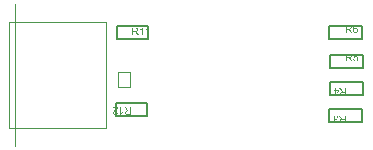
<source format=gbr>
G04*
G04 #@! TF.GenerationSoftware,Altium Limited,Altium Designer,23.1.1 (15)*
G04*
G04 Layer_Color=32896*
%FSLAX25Y25*%
%MOIN*%
G70*
G04*
G04 #@! TF.SameCoordinates,1495F0C7-D67D-4403-963C-54D1E027F531*
G04*
G04*
G04 #@! TF.FilePolarity,Positive*
G04*
G01*
G75*
%ADD14C,0.00787*%
%ADD63C,0.00394*%
G36*
X412000Y315722D02*
X410832D01*
X410802Y315726D01*
X410770D01*
X410693Y315729D01*
X410613Y315740D01*
X410526Y315751D01*
X410446Y315770D01*
X410406Y315780D01*
X410373Y315791D01*
X410369D01*
X410366Y315795D01*
X410344Y315806D01*
X410311Y315821D01*
X410271Y315846D01*
X410227Y315879D01*
X410180Y315922D01*
X410136Y315973D01*
X410093Y316032D01*
Y316035D01*
X410089Y316039D01*
X410074Y316061D01*
X410060Y316097D01*
X410038Y316144D01*
X410020Y316199D01*
X410002Y316265D01*
X409991Y316334D01*
X409987Y316410D01*
Y316414D01*
Y316421D01*
Y316436D01*
X409991Y316454D01*
Y316479D01*
X409994Y316505D01*
X410009Y316567D01*
X410031Y316639D01*
X410060Y316716D01*
X410104Y316792D01*
X410133Y316829D01*
X410162Y316865D01*
X410165Y316869D01*
X410169Y316873D01*
X410180Y316883D01*
X410195Y316894D01*
X410213Y316909D01*
X410235Y316923D01*
X410264Y316942D01*
X410293Y316964D01*
X410329Y316982D01*
X410369Y317000D01*
X410413Y317022D01*
X410460Y317040D01*
X410515Y317055D01*
X410569Y317073D01*
X410631Y317084D01*
X410697Y317094D01*
X410690Y317098D01*
X410675Y317105D01*
X410653Y317120D01*
X410624Y317135D01*
X410559Y317175D01*
X410526Y317200D01*
X410497Y317222D01*
X410489Y317229D01*
X410471Y317247D01*
X410442Y317277D01*
X410406Y317313D01*
X410366Y317364D01*
X410318Y317419D01*
X410271Y317484D01*
X410220Y317557D01*
X409787Y318241D01*
X410202D01*
X410533Y317717D01*
Y317713D01*
X410540Y317706D01*
X410548Y317695D01*
X410559Y317681D01*
X410584Y317640D01*
X410617Y317590D01*
X410657Y317535D01*
X410697Y317477D01*
X410737Y317422D01*
X410773Y317371D01*
X410777Y317368D01*
X410788Y317353D01*
X410806Y317331D01*
X410832Y317306D01*
X410886Y317251D01*
X410915Y317226D01*
X410944Y317204D01*
X410948Y317200D01*
X410955Y317196D01*
X410970Y317189D01*
X410992Y317178D01*
X411014Y317167D01*
X411039Y317156D01*
X411097Y317138D01*
X411101D01*
X411108Y317135D01*
X411123D01*
X411141Y317131D01*
X411166Y317127D01*
X411196D01*
X411236Y317124D01*
X411665D01*
Y318241D01*
X412000D01*
Y315722D01*
D02*
G37*
G36*
X408735Y316272D02*
X408739Y316276D01*
X408757Y316290D01*
X408779Y316312D01*
X408815Y316337D01*
X408855Y316370D01*
X408906Y316407D01*
X408964Y316447D01*
X409030Y316487D01*
X409033D01*
X409037Y316490D01*
X409059Y316505D01*
X409095Y316523D01*
X409139Y316545D01*
X409190Y316570D01*
X409244Y316596D01*
X409299Y316621D01*
X409354Y316643D01*
Y316345D01*
X409350D01*
X409343Y316337D01*
X409328Y316334D01*
X409310Y316323D01*
X409288Y316312D01*
X409263Y316297D01*
X409201Y316261D01*
X409128Y316221D01*
X409055Y316170D01*
X408979Y316112D01*
X408902Y316050D01*
X408899Y316046D01*
X408895Y316043D01*
X408884Y316032D01*
X408870Y316021D01*
X408837Y315984D01*
X408793Y315941D01*
X408749Y315890D01*
X408702Y315831D01*
X408662Y315773D01*
X408626Y315711D01*
X408426D01*
Y318241D01*
X408735D01*
Y316272D01*
D02*
G37*
G36*
X407676Y318237D02*
Y318223D01*
Y318201D01*
X407672Y318172D01*
X407668Y318139D01*
X407661Y318103D01*
X407654Y318066D01*
X407639Y318026D01*
Y318023D01*
X407636Y318019D01*
X407628Y317997D01*
X407614Y317965D01*
X407592Y317921D01*
X407563Y317870D01*
X407526Y317812D01*
X407486Y317753D01*
X407435Y317691D01*
Y317688D01*
X407428Y317684D01*
X407410Y317662D01*
X407377Y317630D01*
X407330Y317582D01*
X407275Y317528D01*
X407206Y317462D01*
X407122Y317389D01*
X407031Y317313D01*
X407028Y317309D01*
X407013Y317298D01*
X406991Y317280D01*
X406966Y317258D01*
X406933Y317229D01*
X406893Y317196D01*
X406853Y317160D01*
X406806Y317120D01*
X406715Y317033D01*
X406624Y316945D01*
X406580Y316902D01*
X406540Y316858D01*
X406504Y316818D01*
X406474Y316778D01*
Y316774D01*
X406467Y316771D01*
X406460Y316760D01*
X406453Y316745D01*
X406427Y316705D01*
X406398Y316658D01*
X406373Y316599D01*
X406347Y316538D01*
X406332Y316468D01*
X406325Y316403D01*
Y316399D01*
Y316396D01*
X406329Y316374D01*
X406332Y316337D01*
X406343Y316297D01*
X406358Y316246D01*
X406384Y316195D01*
X406416Y316144D01*
X406460Y316093D01*
X406467Y316086D01*
X406485Y316072D01*
X406511Y316054D01*
X406551Y316028D01*
X406602Y316006D01*
X406660Y315984D01*
X406729Y315970D01*
X406806Y315966D01*
X406828D01*
X406842Y315970D01*
X406886Y315973D01*
X406937Y315984D01*
X406991Y315999D01*
X407053Y316024D01*
X407112Y316057D01*
X407166Y316101D01*
X407173Y316108D01*
X407188Y316126D01*
X407210Y316155D01*
X407232Y316199D01*
X407257Y316250D01*
X407279Y316316D01*
X407294Y316388D01*
X407301Y316472D01*
X407617Y316439D01*
Y316436D01*
X407614Y316425D01*
Y316407D01*
X407610Y316381D01*
X407603Y316352D01*
X407596Y316319D01*
X407585Y316279D01*
X407574Y316239D01*
X407545Y316152D01*
X407501Y316064D01*
X407476Y316021D01*
X407443Y315977D01*
X407410Y315937D01*
X407374Y315901D01*
X407370Y315897D01*
X407363Y315893D01*
X407352Y315882D01*
X407334Y315872D01*
X407312Y315857D01*
X407286Y315842D01*
X407257Y315824D01*
X407221Y315806D01*
X407181Y315788D01*
X407137Y315770D01*
X407090Y315755D01*
X407039Y315740D01*
X406984Y315729D01*
X406926Y315719D01*
X406864Y315715D01*
X406798Y315711D01*
X406762D01*
X406737Y315715D01*
X406707Y315719D01*
X406671Y315722D01*
X406631Y315729D01*
X406591Y315737D01*
X406496Y315762D01*
X406402Y315799D01*
X406354Y315821D01*
X406307Y315846D01*
X406263Y315879D01*
X406223Y315915D01*
X406220Y315919D01*
X406212Y315922D01*
X406205Y315937D01*
X406191Y315952D01*
X406172Y315970D01*
X406154Y315995D01*
X406136Y316021D01*
X406114Y316054D01*
X406078Y316123D01*
X406041Y316210D01*
X406027Y316254D01*
X406019Y316305D01*
X406012Y316356D01*
X406009Y316410D01*
Y316418D01*
Y316436D01*
X406012Y316465D01*
X406016Y316505D01*
X406023Y316548D01*
X406038Y316599D01*
X406052Y316654D01*
X406074Y316709D01*
X406078Y316716D01*
X406085Y316734D01*
X406100Y316763D01*
X406121Y316803D01*
X406150Y316847D01*
X406187Y316902D01*
X406231Y316956D01*
X406282Y317018D01*
X406289Y317025D01*
X406307Y317047D01*
X406325Y317065D01*
X406343Y317084D01*
X406365Y317105D01*
X406394Y317135D01*
X406424Y317164D01*
X406460Y317196D01*
X406496Y317233D01*
X406540Y317273D01*
X406587Y317313D01*
X406638Y317360D01*
X406697Y317408D01*
X406755Y317459D01*
X406758Y317462D01*
X406766Y317469D01*
X406780Y317480D01*
X406798Y317495D01*
X406820Y317517D01*
X406846Y317539D01*
X406904Y317586D01*
X406966Y317640D01*
X407024Y317695D01*
X407075Y317742D01*
X407097Y317761D01*
X407115Y317779D01*
X407119Y317782D01*
X407130Y317793D01*
X407144Y317808D01*
X407162Y317830D01*
X407181Y317855D01*
X407202Y317881D01*
X407246Y317943D01*
X406005D01*
Y318241D01*
X407676D01*
Y318237D01*
D02*
G37*
G36*
X417883Y342259D02*
X417574D01*
Y344228D01*
X417570Y344225D01*
X417552Y344210D01*
X417530Y344188D01*
X417494Y344163D01*
X417454Y344130D01*
X417403Y344093D01*
X417345Y344053D01*
X417279Y344013D01*
X417275D01*
X417272Y344010D01*
X417250Y343995D01*
X417213Y343977D01*
X417170Y343955D01*
X417119Y343930D01*
X417064Y343904D01*
X417010Y343879D01*
X416955Y343857D01*
Y344155D01*
X416959D01*
X416966Y344163D01*
X416981Y344166D01*
X416999Y344177D01*
X417021Y344188D01*
X417046Y344203D01*
X417108Y344239D01*
X417181Y344279D01*
X417253Y344330D01*
X417330Y344388D01*
X417406Y344450D01*
X417410Y344454D01*
X417414Y344457D01*
X417424Y344468D01*
X417439Y344479D01*
X417472Y344516D01*
X417516Y344559D01*
X417559Y344610D01*
X417606Y344669D01*
X417647Y344727D01*
X417683Y344789D01*
X417883D01*
Y342259D01*
D02*
G37*
G36*
X415925D02*
X415616D01*
Y344228D01*
X415612Y344225D01*
X415594Y344210D01*
X415572Y344188D01*
X415535Y344163D01*
X415495Y344130D01*
X415444Y344093D01*
X415386Y344053D01*
X415321Y344013D01*
X415317D01*
X415313Y344010D01*
X415292Y343995D01*
X415255Y343977D01*
X415211Y343955D01*
X415161Y343930D01*
X415106Y343904D01*
X415051Y343879D01*
X414997Y343857D01*
Y344155D01*
X415000D01*
X415008Y344163D01*
X415022Y344166D01*
X415040Y344177D01*
X415062Y344188D01*
X415088Y344203D01*
X415149Y344239D01*
X415222Y344279D01*
X415295Y344330D01*
X415372Y344388D01*
X415448Y344450D01*
X415452Y344454D01*
X415455Y344457D01*
X415466Y344468D01*
X415481Y344479D01*
X415514Y344516D01*
X415557Y344559D01*
X415601Y344610D01*
X415648Y344669D01*
X415688Y344727D01*
X415725Y344789D01*
X415925D01*
Y342259D01*
D02*
G37*
G36*
X413548Y344774D02*
X413581D01*
X413657Y344771D01*
X413737Y344760D01*
X413825Y344749D01*
X413905Y344730D01*
X413945Y344720D01*
X413977Y344709D01*
X413981D01*
X413985Y344705D01*
X414007Y344694D01*
X414039Y344679D01*
X414079Y344654D01*
X414123Y344621D01*
X414170Y344578D01*
X414214Y344527D01*
X414258Y344468D01*
Y344465D01*
X414261Y344461D01*
X414276Y344439D01*
X414291Y344403D01*
X414312Y344356D01*
X414331Y344301D01*
X414349Y344235D01*
X414360Y344166D01*
X414363Y344090D01*
Y344086D01*
Y344079D01*
Y344064D01*
X414360Y344046D01*
Y344021D01*
X414356Y343995D01*
X414341Y343933D01*
X414320Y343861D01*
X414291Y343784D01*
X414247Y343708D01*
X414218Y343671D01*
X414189Y343635D01*
X414185Y343631D01*
X414181Y343628D01*
X414170Y343617D01*
X414156Y343606D01*
X414138Y343591D01*
X414116Y343577D01*
X414087Y343558D01*
X414057Y343536D01*
X414021Y343518D01*
X413981Y343500D01*
X413937Y343478D01*
X413890Y343460D01*
X413835Y343445D01*
X413781Y343427D01*
X413719Y343416D01*
X413654Y343406D01*
X413661Y343402D01*
X413675Y343395D01*
X413697Y343380D01*
X413726Y343365D01*
X413792Y343325D01*
X413825Y343300D01*
X413854Y343278D01*
X413861Y343271D01*
X413879Y343253D01*
X413908Y343224D01*
X413945Y343187D01*
X413985Y343136D01*
X414032Y343081D01*
X414079Y343016D01*
X414130Y342943D01*
X414564Y342259D01*
X414149D01*
X413817Y342783D01*
Y342787D01*
X413810Y342794D01*
X413803Y342805D01*
X413792Y342819D01*
X413766Y342860D01*
X413734Y342910D01*
X413694Y342965D01*
X413654Y343023D01*
X413614Y343078D01*
X413577Y343129D01*
X413573Y343132D01*
X413562Y343147D01*
X413544Y343169D01*
X413519Y343194D01*
X413464Y343249D01*
X413435Y343274D01*
X413406Y343296D01*
X413402Y343300D01*
X413395Y343304D01*
X413380Y343311D01*
X413359Y343322D01*
X413337Y343333D01*
X413311Y343344D01*
X413253Y343362D01*
X413249D01*
X413242Y343365D01*
X413228D01*
X413209Y343369D01*
X413184Y343373D01*
X413155D01*
X413115Y343376D01*
X412685D01*
Y342259D01*
X412350D01*
Y344778D01*
X413519D01*
X413548Y344774D01*
D02*
G37*
G36*
X480344Y315496D02*
X480373Y315493D01*
X480406Y315489D01*
X480442Y315482D01*
X480482Y315475D01*
X480570Y315453D01*
X480661Y315416D01*
X480708Y315394D01*
X480752Y315369D01*
X480795Y315336D01*
X480839Y315303D01*
X480843Y315300D01*
X480850Y315293D01*
X480861Y315282D01*
X480872Y315267D01*
X480890Y315249D01*
X480908Y315223D01*
X480930Y315198D01*
X480952Y315165D01*
X480974Y315129D01*
X480996Y315092D01*
X481036Y315005D01*
X481069Y314903D01*
X481079Y314848D01*
X481087Y314790D01*
X480777Y314750D01*
Y314754D01*
X480774Y314761D01*
X480770Y314776D01*
X480766Y314794D01*
X480763Y314816D01*
X480756Y314841D01*
X480737Y314896D01*
X480712Y314961D01*
X480679Y315023D01*
X480643Y315081D01*
X480599Y315132D01*
X480592Y315136D01*
X480577Y315151D01*
X480548Y315169D01*
X480512Y315187D01*
X480468Y315209D01*
X480413Y315227D01*
X480351Y315242D01*
X480286Y315245D01*
X480264D01*
X480250Y315242D01*
X480209Y315238D01*
X480159Y315227D01*
X480100Y315209D01*
X480038Y315183D01*
X479977Y315147D01*
X479918Y315096D01*
X479911Y315089D01*
X479893Y315067D01*
X479871Y315034D01*
X479842Y314990D01*
X479813Y314936D01*
X479791Y314874D01*
X479773Y314801D01*
X479765Y314721D01*
Y314717D01*
Y314710D01*
Y314699D01*
X479769Y314685D01*
X479773Y314645D01*
X479784Y314597D01*
X479798Y314539D01*
X479824Y314481D01*
X479860Y314423D01*
X479907Y314368D01*
X479915Y314361D01*
X479933Y314346D01*
X479962Y314324D01*
X480002Y314299D01*
X480053Y314273D01*
X480115Y314251D01*
X480184Y314237D01*
X480260Y314230D01*
X480293D01*
X480319Y314233D01*
X480351Y314237D01*
X480388Y314244D01*
X480432Y314251D01*
X480479Y314262D01*
X480442Y313989D01*
X480424D01*
X480410Y313993D01*
X480362D01*
X480322Y313986D01*
X480275Y313979D01*
X480220Y313968D01*
X480159Y313949D01*
X480100Y313924D01*
X480038Y313891D01*
X480035D01*
X480031Y313888D01*
X480013Y313873D01*
X479987Y313847D01*
X479958Y313815D01*
X479929Y313767D01*
X479904Y313713D01*
X479885Y313651D01*
X479878Y313615D01*
Y313575D01*
Y313571D01*
Y313567D01*
Y313545D01*
X479885Y313516D01*
X479893Y313476D01*
X479907Y313433D01*
X479926Y313385D01*
X479955Y313338D01*
X479995Y313294D01*
X479998Y313291D01*
X480017Y313276D01*
X480042Y313258D01*
X480075Y313236D01*
X480119Y313218D01*
X480169Y313199D01*
X480228Y313185D01*
X480293Y313181D01*
X480322D01*
X480355Y313189D01*
X480399Y313196D01*
X480446Y313211D01*
X480493Y313229D01*
X480544Y313258D01*
X480592Y313294D01*
X480595Y313298D01*
X480610Y313316D01*
X480632Y313341D01*
X480657Y313378D01*
X480683Y313425D01*
X480708Y313484D01*
X480730Y313553D01*
X480745Y313633D01*
X481054Y313578D01*
Y313575D01*
X481050Y313563D01*
X481047Y313549D01*
X481043Y313527D01*
X481036Y313502D01*
X481025Y313473D01*
X481003Y313403D01*
X480967Y313323D01*
X480923Y313243D01*
X480868Y313167D01*
X480799Y313098D01*
X480795Y313094D01*
X480788Y313090D01*
X480777Y313083D01*
X480763Y313072D01*
X480745Y313058D01*
X480719Y313043D01*
X480694Y313029D01*
X480661Y313010D01*
X480588Y312981D01*
X480504Y312952D01*
X480406Y312934D01*
X480355Y312927D01*
X480264D01*
X480224Y312930D01*
X480177Y312937D01*
X480119Y312948D01*
X480053Y312967D01*
X479987Y312988D01*
X479922Y313018D01*
X479918D01*
X479915Y313021D01*
X479893Y313032D01*
X479860Y313054D01*
X479824Y313079D01*
X479780Y313116D01*
X479736Y313156D01*
X479693Y313203D01*
X479656Y313258D01*
X479653Y313265D01*
X479642Y313283D01*
X479627Y313316D01*
X479609Y313356D01*
X479591Y313403D01*
X479576Y313458D01*
X479565Y313520D01*
X479562Y313582D01*
Y313589D01*
Y313611D01*
X479565Y313640D01*
X479572Y313680D01*
X479583Y313727D01*
X479602Y313778D01*
X479623Y313829D01*
X479653Y313880D01*
X479656Y313888D01*
X479667Y313902D01*
X479689Y313928D01*
X479718Y313957D01*
X479754Y313989D01*
X479798Y314026D01*
X479849Y314059D01*
X479911Y314091D01*
X479907D01*
X479900Y314095D01*
X479889Y314099D01*
X479875Y314102D01*
X479835Y314117D01*
X479784Y314139D01*
X479725Y314168D01*
X479667Y314204D01*
X479612Y314251D01*
X479562Y314306D01*
X479558Y314313D01*
X479543Y314335D01*
X479522Y314372D01*
X479500Y314419D01*
X479478Y314477D01*
X479456Y314546D01*
X479441Y314626D01*
X479438Y314714D01*
Y314717D01*
Y314728D01*
Y314746D01*
X479441Y314768D01*
X479445Y314797D01*
X479452Y314830D01*
X479460Y314867D01*
X479467Y314907D01*
X479496Y314994D01*
X479518Y315041D01*
X479540Y315085D01*
X479569Y315132D01*
X479602Y315180D01*
X479638Y315227D01*
X479682Y315271D01*
X479685Y315274D01*
X479693Y315282D01*
X479707Y315293D01*
X479725Y315307D01*
X479747Y315325D01*
X479776Y315343D01*
X479809Y315365D01*
X479849Y315384D01*
X479889Y315405D01*
X479937Y315427D01*
X479984Y315445D01*
X480038Y315464D01*
X480097Y315478D01*
X480159Y315489D01*
X480220Y315496D01*
X480290Y315500D01*
X480322D01*
X480344Y315496D01*
D02*
G37*
G36*
X483500Y312937D02*
X482332D01*
X482303Y312941D01*
X482270D01*
X482193Y312945D01*
X482113Y312956D01*
X482026Y312967D01*
X481946Y312985D01*
X481906Y312996D01*
X481873Y313007D01*
X481869D01*
X481866Y313010D01*
X481844Y313021D01*
X481811Y313036D01*
X481771Y313061D01*
X481727Y313094D01*
X481680Y313138D01*
X481636Y313189D01*
X481593Y313247D01*
Y313250D01*
X481589Y313254D01*
X481574Y313276D01*
X481560Y313312D01*
X481538Y313360D01*
X481520Y313414D01*
X481502Y313480D01*
X481491Y313549D01*
X481487Y313625D01*
Y313629D01*
Y313636D01*
Y313651D01*
X481491Y313669D01*
Y313695D01*
X481494Y313720D01*
X481509Y313782D01*
X481531Y313855D01*
X481560Y313931D01*
X481604Y314008D01*
X481633Y314044D01*
X481662Y314080D01*
X481666Y314084D01*
X481669Y314088D01*
X481680Y314099D01*
X481695Y314109D01*
X481713Y314124D01*
X481735Y314139D01*
X481764Y314157D01*
X481793Y314179D01*
X481829Y314197D01*
X481869Y314215D01*
X481913Y314237D01*
X481960Y314255D01*
X482015Y314270D01*
X482069Y314288D01*
X482131Y314299D01*
X482197Y314310D01*
X482190Y314313D01*
X482175Y314321D01*
X482153Y314335D01*
X482124Y314350D01*
X482059Y314390D01*
X482026Y314415D01*
X481997Y314437D01*
X481989Y314444D01*
X481971Y314463D01*
X481942Y314492D01*
X481906Y314528D01*
X481866Y314579D01*
X481818Y314634D01*
X481771Y314699D01*
X481720Y314772D01*
X481287Y315456D01*
X481702D01*
X482033Y314932D01*
Y314929D01*
X482040Y314921D01*
X482048Y314910D01*
X482059Y314896D01*
X482084Y314856D01*
X482117Y314805D01*
X482157Y314750D01*
X482197Y314692D01*
X482237Y314637D01*
X482273Y314586D01*
X482277Y314583D01*
X482288Y314568D01*
X482306Y314546D01*
X482332Y314521D01*
X482386Y314466D01*
X482415Y314441D01*
X482444Y314419D01*
X482448Y314415D01*
X482455Y314412D01*
X482470Y314404D01*
X482492Y314393D01*
X482514Y314383D01*
X482539Y314372D01*
X482597Y314353D01*
X482601D01*
X482608Y314350D01*
X482623D01*
X482641Y314346D01*
X482666Y314342D01*
X482696D01*
X482736Y314339D01*
X483165D01*
Y315456D01*
X483500D01*
Y312937D01*
D02*
G37*
G36*
X483654Y321981D02*
X482485D01*
X482456Y321985D01*
X482423D01*
X482347Y321988D01*
X482267Y321999D01*
X482179Y322010D01*
X482099Y322028D01*
X482059Y322039D01*
X482026Y322050D01*
X482023D01*
X482019Y322054D01*
X481997Y322065D01*
X481965Y322079D01*
X481925Y322105D01*
X481881Y322138D01*
X481834Y322181D01*
X481790Y322232D01*
X481746Y322290D01*
Y322294D01*
X481743Y322298D01*
X481728Y322320D01*
X481713Y322356D01*
X481692Y322403D01*
X481673Y322458D01*
X481655Y322523D01*
X481644Y322593D01*
X481641Y322669D01*
Y322673D01*
Y322680D01*
Y322695D01*
X481644Y322713D01*
Y322738D01*
X481648Y322764D01*
X481663Y322826D01*
X481684Y322898D01*
X481713Y322975D01*
X481757Y323051D01*
X481786Y323088D01*
X481815Y323124D01*
X481819Y323128D01*
X481823Y323131D01*
X481834Y323142D01*
X481848Y323153D01*
X481866Y323168D01*
X481888Y323182D01*
X481917Y323201D01*
X481946Y323222D01*
X481983Y323241D01*
X482023Y323259D01*
X482066Y323281D01*
X482114Y323299D01*
X482168Y323313D01*
X482223Y323332D01*
X482285Y323342D01*
X482350Y323353D01*
X482343Y323357D01*
X482329Y323364D01*
X482307Y323379D01*
X482278Y323394D01*
X482212Y323433D01*
X482179Y323459D01*
X482150Y323481D01*
X482143Y323488D01*
X482125Y323506D01*
X482096Y323535D01*
X482059Y323572D01*
X482019Y323623D01*
X481972Y323677D01*
X481925Y323743D01*
X481874Y323816D01*
X481440Y324500D01*
X481855D01*
X482187Y323976D01*
Y323972D01*
X482194Y323965D01*
X482201Y323954D01*
X482212Y323939D01*
X482238Y323899D01*
X482270Y323849D01*
X482310Y323794D01*
X482350Y323736D01*
X482390Y323681D01*
X482427Y323630D01*
X482431Y323626D01*
X482441Y323612D01*
X482460Y323590D01*
X482485Y323565D01*
X482540Y323510D01*
X482569Y323484D01*
X482598Y323463D01*
X482602Y323459D01*
X482609Y323455D01*
X482623Y323448D01*
X482645Y323437D01*
X482667Y323426D01*
X482693Y323415D01*
X482751Y323397D01*
X482755D01*
X482762Y323394D01*
X482776D01*
X482795Y323390D01*
X482820Y323386D01*
X482849D01*
X482889Y323382D01*
X483319D01*
Y324500D01*
X483654D01*
Y321981D01*
D02*
G37*
G36*
X480254Y323896D02*
X481349D01*
Y323612D01*
X480196Y321981D01*
X479944D01*
Y323612D01*
X479602D01*
Y323896D01*
X479944D01*
Y324500D01*
X480254D01*
Y323896D01*
D02*
G37*
G36*
X487614Y335735D02*
X486606D01*
X486471Y335054D01*
X486475Y335058D01*
X486482Y335062D01*
X486493Y335069D01*
X486511Y335080D01*
X486533Y335091D01*
X486558Y335105D01*
X486616Y335134D01*
X486689Y335163D01*
X486769Y335189D01*
X486857Y335207D01*
X486900Y335214D01*
X486980D01*
X487002Y335211D01*
X487031Y335207D01*
X487064Y335204D01*
X487101Y335196D01*
X487141Y335185D01*
X487228Y335160D01*
X487275Y335142D01*
X487323Y335116D01*
X487370Y335091D01*
X487417Y335062D01*
X487461Y335025D01*
X487505Y334985D01*
X487508Y334981D01*
X487515Y334974D01*
X487527Y334963D01*
X487541Y334945D01*
X487559Y334920D01*
X487577Y334894D01*
X487599Y334861D01*
X487621Y334825D01*
X487639Y334785D01*
X487661Y334741D01*
X487679Y334690D01*
X487698Y334639D01*
X487712Y334585D01*
X487723Y334523D01*
X487730Y334461D01*
X487734Y334395D01*
Y334392D01*
Y334381D01*
Y334363D01*
X487730Y334337D01*
X487727Y334308D01*
X487723Y334275D01*
X487716Y334235D01*
X487708Y334195D01*
X487687Y334101D01*
X487650Y334002D01*
X487628Y333951D01*
X487599Y333904D01*
X487570Y333853D01*
X487534Y333806D01*
X487530Y333802D01*
X487523Y333791D01*
X487508Y333777D01*
X487490Y333758D01*
X487465Y333736D01*
X487435Y333707D01*
X487399Y333682D01*
X487359Y333653D01*
X487315Y333624D01*
X487264Y333598D01*
X487210Y333573D01*
X487151Y333547D01*
X487090Y333529D01*
X487020Y333514D01*
X486948Y333504D01*
X486871Y333500D01*
X486838D01*
X486813Y333504D01*
X486784Y333507D01*
X486751Y333511D01*
X486711Y333514D01*
X486671Y333525D01*
X486580Y333547D01*
X486489Y333580D01*
X486442Y333602D01*
X486394Y333627D01*
X486351Y333657D01*
X486307Y333689D01*
X486303Y333693D01*
X486296Y333697D01*
X486289Y333711D01*
X486274Y333726D01*
X486256Y333744D01*
X486238Y333766D01*
X486216Y333795D01*
X486198Y333828D01*
X486176Y333860D01*
X486154Y333900D01*
X486114Y333988D01*
X486081Y334090D01*
X486070Y334144D01*
X486063Y334203D01*
X486387Y334228D01*
Y334224D01*
Y334217D01*
X486391Y334206D01*
X486394Y334188D01*
X486405Y334148D01*
X486420Y334093D01*
X486442Y334039D01*
X486471Y333977D01*
X486507Y333922D01*
X486551Y333871D01*
X486558Y333868D01*
X486573Y333853D01*
X486602Y333835D01*
X486642Y333813D01*
X486686Y333791D01*
X486740Y333773D01*
X486802Y333758D01*
X486871Y333755D01*
X486893D01*
X486908Y333758D01*
X486951Y333762D01*
X487002Y333777D01*
X487064Y333795D01*
X487126Y333824D01*
X487192Y333868D01*
X487221Y333893D01*
X487250Y333922D01*
X487253Y333926D01*
X487257Y333929D01*
X487264Y333940D01*
X487275Y333951D01*
X487301Y333991D01*
X487330Y334042D01*
X487355Y334104D01*
X487381Y334181D01*
X487399Y334272D01*
X487406Y334319D01*
Y334370D01*
Y334373D01*
Y334381D01*
Y334395D01*
X487403Y334414D01*
Y334435D01*
X487399Y334461D01*
X487388Y334519D01*
X487370Y334588D01*
X487344Y334658D01*
X487308Y334723D01*
X487257Y334785D01*
Y334788D01*
X487250Y334792D01*
X487232Y334810D01*
X487199Y334836D01*
X487155Y334865D01*
X487097Y334890D01*
X487031Y334916D01*
X486955Y334934D01*
X486911Y334941D01*
X486842D01*
X486813Y334938D01*
X486777Y334934D01*
X486733Y334923D01*
X486689Y334912D01*
X486642Y334894D01*
X486595Y334872D01*
X486591Y334869D01*
X486576Y334861D01*
X486555Y334843D01*
X486525Y334825D01*
X486496Y334799D01*
X486467Y334767D01*
X486435Y334734D01*
X486409Y334694D01*
X486118Y334734D01*
X486362Y336030D01*
X487614D01*
Y335735D01*
D02*
G37*
G36*
X484851Y336059D02*
X484884D01*
X484960Y336055D01*
X485040Y336044D01*
X485128Y336033D01*
X485208Y336015D01*
X485248Y336004D01*
X485281Y335993D01*
X485284D01*
X485288Y335990D01*
X485310Y335979D01*
X485343Y335964D01*
X485383Y335939D01*
X485426Y335906D01*
X485473Y335862D01*
X485517Y335811D01*
X485561Y335753D01*
Y335750D01*
X485565Y335746D01*
X485579Y335724D01*
X485594Y335688D01*
X485615Y335640D01*
X485634Y335586D01*
X485652Y335520D01*
X485663Y335451D01*
X485666Y335374D01*
Y335371D01*
Y335364D01*
Y335349D01*
X485663Y335331D01*
Y335305D01*
X485659Y335280D01*
X485645Y335218D01*
X485623Y335145D01*
X485594Y335069D01*
X485550Y334992D01*
X485521Y334956D01*
X485492Y334920D01*
X485488Y334916D01*
X485484Y334912D01*
X485473Y334901D01*
X485459Y334890D01*
X485441Y334876D01*
X485419Y334861D01*
X485390Y334843D01*
X485361Y334821D01*
X485324Y334803D01*
X485284Y334785D01*
X485241Y334763D01*
X485193Y334745D01*
X485139Y334730D01*
X485084Y334712D01*
X485022Y334701D01*
X484957Y334690D01*
X484964Y334687D01*
X484978Y334679D01*
X485000Y334665D01*
X485029Y334650D01*
X485095Y334610D01*
X485128Y334585D01*
X485157Y334563D01*
X485164Y334556D01*
X485182Y334537D01*
X485211Y334508D01*
X485248Y334472D01*
X485288Y334421D01*
X485335Y334366D01*
X485383Y334301D01*
X485433Y334228D01*
X485867Y333544D01*
X485452D01*
X485120Y334068D01*
Y334071D01*
X485113Y334079D01*
X485106Y334090D01*
X485095Y334104D01*
X485069Y334144D01*
X485037Y334195D01*
X484997Y334250D01*
X484957Y334308D01*
X484917Y334363D01*
X484880Y334414D01*
X484876Y334417D01*
X484866Y334432D01*
X484847Y334454D01*
X484822Y334479D01*
X484767Y334534D01*
X484738Y334559D01*
X484709Y334581D01*
X484705Y334585D01*
X484698Y334588D01*
X484684Y334596D01*
X484662Y334607D01*
X484640Y334617D01*
X484615Y334628D01*
X484556Y334647D01*
X484553D01*
X484545Y334650D01*
X484531D01*
X484513Y334654D01*
X484487Y334658D01*
X484458D01*
X484418Y334661D01*
X483988D01*
Y333544D01*
X483653D01*
Y336063D01*
X484822D01*
X484851Y336059D01*
D02*
G37*
G36*
X486852Y345570D02*
X486878D01*
X486907Y345566D01*
X486976Y345552D01*
X487053Y345533D01*
X487133Y345504D01*
X487213Y345461D01*
X487253Y345435D01*
X487289Y345406D01*
X487293Y345402D01*
X487296Y345399D01*
X487307Y345388D01*
X487318Y345377D01*
X487336Y345359D01*
X487351Y345337D01*
X487391Y345286D01*
X487431Y345220D01*
X487468Y345140D01*
X487500Y345049D01*
X487522Y344947D01*
X487213Y344922D01*
Y344925D01*
X487209Y344929D01*
X487206Y344951D01*
X487194Y344984D01*
X487180Y345024D01*
X487165Y345068D01*
X487144Y345111D01*
X487118Y345151D01*
X487093Y345184D01*
X487085Y345191D01*
X487071Y345206D01*
X487045Y345228D01*
X487009Y345253D01*
X486962Y345275D01*
X486911Y345297D01*
X486849Y345311D01*
X486783Y345319D01*
X486758D01*
X486729Y345315D01*
X486696Y345308D01*
X486652Y345297D01*
X486609Y345282D01*
X486565Y345264D01*
X486521Y345235D01*
X486514Y345231D01*
X486496Y345217D01*
X486470Y345191D01*
X486437Y345155D01*
X486401Y345111D01*
X486361Y345060D01*
X486325Y344995D01*
X486288Y344922D01*
Y344918D01*
X486285Y344911D01*
X486281Y344900D01*
X486274Y344885D01*
X486270Y344864D01*
X486263Y344838D01*
X486255Y344809D01*
X486248Y344773D01*
X486237Y344733D01*
X486230Y344689D01*
X486223Y344642D01*
X486219Y344591D01*
X486212Y344532D01*
X486208Y344474D01*
X486204Y344409D01*
Y344343D01*
X486208Y344347D01*
X486223Y344369D01*
X486248Y344398D01*
X486281Y344434D01*
X486317Y344478D01*
X486365Y344518D01*
X486416Y344558D01*
X486474Y344594D01*
X486478D01*
X486481Y344598D01*
X486503Y344609D01*
X486536Y344620D01*
X486579Y344638D01*
X486630Y344653D01*
X486689Y344663D01*
X486751Y344674D01*
X486816Y344678D01*
X486845D01*
X486867Y344674D01*
X486896Y344671D01*
X486925Y344667D01*
X486962Y344660D01*
X486998Y344649D01*
X487082Y344623D01*
X487125Y344605D01*
X487169Y344580D01*
X487213Y344554D01*
X487260Y344525D01*
X487304Y344489D01*
X487344Y344449D01*
X487347Y344445D01*
X487355Y344438D01*
X487366Y344427D01*
X487377Y344409D01*
X487395Y344383D01*
X487413Y344358D01*
X487431Y344325D01*
X487453Y344288D01*
X487475Y344249D01*
X487493Y344205D01*
X487511Y344154D01*
X487529Y344103D01*
X487540Y344048D01*
X487551Y343986D01*
X487559Y343924D01*
X487562Y343859D01*
Y343855D01*
Y343848D01*
Y343837D01*
Y343819D01*
X487559Y343797D01*
Y343775D01*
X487548Y343717D01*
X487537Y343648D01*
X487519Y343575D01*
X487493Y343495D01*
X487457Y343419D01*
Y343415D01*
X487453Y343411D01*
X487446Y343400D01*
X487438Y343386D01*
X487417Y343349D01*
X487384Y343302D01*
X487344Y343251D01*
X487296Y343200D01*
X487238Y343149D01*
X487176Y343106D01*
X487173D01*
X487169Y343102D01*
X487158Y343095D01*
X487144Y343091D01*
X487107Y343073D01*
X487060Y343055D01*
X486998Y343033D01*
X486929Y343018D01*
X486852Y343004D01*
X486769Y343000D01*
X486751D01*
X486732Y343004D01*
X486703D01*
X486670Y343007D01*
X486634Y343015D01*
X486590Y343025D01*
X486547Y343036D01*
X486496Y343051D01*
X486445Y343069D01*
X486394Y343091D01*
X486339Y343120D01*
X486288Y343153D01*
X486237Y343189D01*
X486186Y343233D01*
X486139Y343284D01*
X486135Y343287D01*
X486128Y343298D01*
X486117Y343313D01*
X486102Y343338D01*
X486081Y343371D01*
X486062Y343408D01*
X486041Y343455D01*
X486019Y343506D01*
X485993Y343568D01*
X485971Y343637D01*
X485953Y343713D01*
X485935Y343797D01*
X485917Y343892D01*
X485906Y343994D01*
X485899Y344103D01*
X485895Y344219D01*
Y344223D01*
Y344227D01*
Y344238D01*
Y344252D01*
X485899Y344288D01*
Y344339D01*
X485902Y344398D01*
X485910Y344467D01*
X485917Y344543D01*
X485928Y344627D01*
X485942Y344711D01*
X485961Y344802D01*
X485982Y344889D01*
X486008Y344976D01*
X486041Y345060D01*
X486077Y345140D01*
X486117Y345217D01*
X486164Y345282D01*
X486168Y345286D01*
X486175Y345293D01*
X486190Y345308D01*
X486208Y345330D01*
X486230Y345351D01*
X486259Y345373D01*
X486296Y345402D01*
X486332Y345428D01*
X486376Y345453D01*
X486423Y345482D01*
X486478Y345504D01*
X486532Y345530D01*
X486594Y345548D01*
X486659Y345563D01*
X486729Y345570D01*
X486801Y345573D01*
X486831D01*
X486852Y345570D01*
D02*
G37*
G36*
X484697Y345559D02*
X484730D01*
X484807Y345555D01*
X484887Y345544D01*
X484974Y345533D01*
X485054Y345515D01*
X485094Y345504D01*
X485127Y345493D01*
X485131D01*
X485134Y345490D01*
X485156Y345479D01*
X485189Y345464D01*
X485229Y345439D01*
X485273Y345406D01*
X485320Y345362D01*
X485364Y345311D01*
X485407Y345253D01*
Y345250D01*
X485411Y345246D01*
X485426Y345224D01*
X485440Y345188D01*
X485462Y345140D01*
X485480Y345086D01*
X485498Y345020D01*
X485509Y344951D01*
X485513Y344875D01*
Y344871D01*
Y344864D01*
Y344849D01*
X485509Y344831D01*
Y344805D01*
X485506Y344780D01*
X485491Y344718D01*
X485469Y344645D01*
X485440Y344569D01*
X485396Y344492D01*
X485367Y344456D01*
X485338Y344420D01*
X485334Y344416D01*
X485331Y344412D01*
X485320Y344401D01*
X485305Y344390D01*
X485287Y344376D01*
X485265Y344361D01*
X485236Y344343D01*
X485207Y344321D01*
X485171Y344303D01*
X485131Y344285D01*
X485087Y344263D01*
X485040Y344245D01*
X484985Y344230D01*
X484931Y344212D01*
X484869Y344201D01*
X484803Y344190D01*
X484810Y344187D01*
X484825Y344179D01*
X484847Y344165D01*
X484876Y344150D01*
X484941Y344110D01*
X484974Y344085D01*
X485003Y344063D01*
X485010Y344056D01*
X485029Y344037D01*
X485058Y344008D01*
X485094Y343972D01*
X485134Y343921D01*
X485182Y343866D01*
X485229Y343801D01*
X485280Y343728D01*
X485713Y343044D01*
X485298D01*
X484967Y343568D01*
Y343571D01*
X484960Y343579D01*
X484952Y343590D01*
X484941Y343604D01*
X484916Y343644D01*
X484883Y343695D01*
X484843Y343750D01*
X484803Y343808D01*
X484763Y343863D01*
X484727Y343914D01*
X484723Y343917D01*
X484712Y343932D01*
X484694Y343954D01*
X484668Y343979D01*
X484614Y344034D01*
X484585Y344059D01*
X484556Y344081D01*
X484552Y344085D01*
X484545Y344088D01*
X484530Y344096D01*
X484508Y344107D01*
X484486Y344117D01*
X484461Y344128D01*
X484403Y344146D01*
X484399D01*
X484392Y344150D01*
X484377D01*
X484359Y344154D01*
X484334Y344158D01*
X484304D01*
X484264Y344161D01*
X483835D01*
Y343044D01*
X483500D01*
Y345563D01*
X484668D01*
X484697Y345559D01*
D02*
G37*
%LPC*%
G36*
X411665Y316836D02*
X410915D01*
X410872Y316832D01*
X410821Y316829D01*
X410762Y316825D01*
X410704Y316818D01*
X410646Y316807D01*
X410595Y316792D01*
X410588Y316789D01*
X410573Y316781D01*
X410551Y316771D01*
X410522Y316756D01*
X410489Y316734D01*
X410457Y316709D01*
X410424Y316676D01*
X410398Y316639D01*
X410395Y316636D01*
X410388Y316621D01*
X410377Y316599D01*
X410362Y316570D01*
X410351Y316538D01*
X410340Y316501D01*
X410333Y316458D01*
X410329Y316414D01*
Y316410D01*
Y316407D01*
X410333Y316385D01*
X410336Y316352D01*
X410344Y316308D01*
X410362Y316265D01*
X410384Y316214D01*
X410417Y316166D01*
X410460Y316119D01*
X410468Y316115D01*
X410486Y316101D01*
X410515Y316083D01*
X410562Y316061D01*
X410617Y316039D01*
X410690Y316021D01*
X410773Y316006D01*
X410872Y316002D01*
X411665D01*
Y316836D01*
D02*
G37*
G36*
X413479Y344497D02*
X412685D01*
Y343664D01*
X413435D01*
X413479Y343668D01*
X413530Y343671D01*
X413588Y343675D01*
X413646Y343682D01*
X413704Y343693D01*
X413755Y343708D01*
X413763Y343711D01*
X413777Y343719D01*
X413799Y343729D01*
X413828Y343744D01*
X413861Y343766D01*
X413894Y343791D01*
X413927Y343824D01*
X413952Y343861D01*
X413956Y343864D01*
X413963Y343879D01*
X413974Y343900D01*
X413988Y343930D01*
X413999Y343962D01*
X414010Y343999D01*
X414017Y344042D01*
X414021Y344086D01*
Y344090D01*
Y344093D01*
X414017Y344115D01*
X414014Y344148D01*
X414007Y344192D01*
X413988Y344235D01*
X413967Y344286D01*
X413934Y344334D01*
X413890Y344381D01*
X413883Y344385D01*
X413865Y344399D01*
X413835Y344417D01*
X413788Y344439D01*
X413734Y344461D01*
X413661Y344479D01*
X413577Y344494D01*
X413479Y344497D01*
D02*
G37*
G36*
X483165Y314051D02*
X482415D01*
X482372Y314048D01*
X482321Y314044D01*
X482262Y314040D01*
X482204Y314033D01*
X482146Y314022D01*
X482095Y314008D01*
X482088Y314004D01*
X482073Y313997D01*
X482051Y313986D01*
X482022Y313971D01*
X481989Y313949D01*
X481957Y313924D01*
X481924Y313891D01*
X481898Y313855D01*
X481895Y313851D01*
X481887Y313837D01*
X481877Y313815D01*
X481862Y313786D01*
X481851Y313753D01*
X481840Y313716D01*
X481833Y313673D01*
X481829Y313629D01*
Y313625D01*
Y313622D01*
X481833Y313600D01*
X481837Y313567D01*
X481844Y313524D01*
X481862Y313480D01*
X481884Y313429D01*
X481917Y313382D01*
X481960Y313334D01*
X481968Y313331D01*
X481986Y313316D01*
X482015Y313298D01*
X482062Y313276D01*
X482117Y313254D01*
X482190Y313236D01*
X482273Y313221D01*
X482372Y313218D01*
X483165D01*
Y314051D01*
D02*
G37*
G36*
X483319Y323095D02*
X482569D01*
X482525Y323091D01*
X482474Y323088D01*
X482416Y323084D01*
X482358Y323077D01*
X482300Y323066D01*
X482248Y323051D01*
X482241Y323048D01*
X482227Y323040D01*
X482205Y323029D01*
X482176Y323015D01*
X482143Y322993D01*
X482110Y322968D01*
X482078Y322935D01*
X482052Y322898D01*
X482048Y322895D01*
X482041Y322880D01*
X482030Y322858D01*
X482016Y322829D01*
X482005Y322797D01*
X481994Y322760D01*
X481986Y322716D01*
X481983Y322673D01*
Y322669D01*
Y322666D01*
X481986Y322644D01*
X481990Y322611D01*
X481997Y322567D01*
X482016Y322523D01*
X482037Y322473D01*
X482070Y322425D01*
X482114Y322378D01*
X482121Y322374D01*
X482139Y322360D01*
X482168Y322341D01*
X482216Y322320D01*
X482270Y322298D01*
X482343Y322280D01*
X482427Y322265D01*
X482525Y322261D01*
X483319D01*
Y323095D01*
D02*
G37*
G36*
X481047Y323612D02*
X480254D01*
Y322483D01*
X481047Y323612D01*
D02*
G37*
G36*
X484782Y335782D02*
X483988D01*
Y334949D01*
X484738D01*
X484782Y334952D01*
X484833Y334956D01*
X484891Y334960D01*
X484949Y334967D01*
X485008Y334978D01*
X485058Y334992D01*
X485066Y334996D01*
X485080Y335003D01*
X485102Y335014D01*
X485131Y335029D01*
X485164Y335051D01*
X485197Y335076D01*
X485230Y335109D01*
X485255Y335145D01*
X485259Y335149D01*
X485266Y335163D01*
X485277Y335185D01*
X485291Y335214D01*
X485302Y335247D01*
X485313Y335284D01*
X485321Y335327D01*
X485324Y335371D01*
Y335374D01*
Y335378D01*
X485321Y335400D01*
X485317Y335433D01*
X485310Y335476D01*
X485291Y335520D01*
X485270Y335571D01*
X485237Y335618D01*
X485193Y335666D01*
X485186Y335669D01*
X485168Y335684D01*
X485139Y335702D01*
X485091Y335724D01*
X485037Y335746D01*
X484964Y335764D01*
X484880Y335779D01*
X484782Y335782D01*
D02*
G37*
G36*
X486754Y344405D02*
X486732D01*
X486718Y344401D01*
X486681Y344398D01*
X486630Y344387D01*
X486576Y344369D01*
X486514Y344339D01*
X486456Y344303D01*
X486397Y344252D01*
X486390Y344245D01*
X486376Y344227D01*
X486350Y344194D01*
X486325Y344146D01*
X486299Y344092D01*
X486274Y344023D01*
X486259Y343946D01*
X486252Y343859D01*
Y343852D01*
Y343833D01*
X486255Y343801D01*
X486259Y343761D01*
X486266Y343713D01*
X486281Y343662D01*
X486296Y343608D01*
X486317Y343553D01*
X486321Y343546D01*
X486332Y343528D01*
X486346Y343502D01*
X486368Y343470D01*
X486394Y343437D01*
X486426Y343397D01*
X486463Y343364D01*
X486507Y343331D01*
X486514Y343328D01*
X486528Y343320D01*
X486554Y343306D01*
X486587Y343295D01*
X486623Y343280D01*
X486667Y343266D01*
X486714Y343258D01*
X486765Y343255D01*
X486783D01*
X486798Y343258D01*
X486834Y343262D01*
X486881Y343273D01*
X486933Y343295D01*
X486991Y343320D01*
X487049Y343360D01*
X487078Y343382D01*
X487104Y343411D01*
Y343415D01*
X487111Y343419D01*
X487125Y343440D01*
X487147Y343477D01*
X487176Y343524D01*
X487202Y343586D01*
X487224Y343659D01*
X487238Y343742D01*
X487246Y343841D01*
Y343844D01*
Y343852D01*
Y343866D01*
X487242Y343884D01*
Y343906D01*
X487238Y343932D01*
X487227Y343990D01*
X487213Y344056D01*
X487187Y344125D01*
X487151Y344190D01*
X487104Y344252D01*
X487096Y344259D01*
X487078Y344278D01*
X487049Y344299D01*
X487009Y344328D01*
X486958Y344358D01*
X486900Y344379D01*
X486831Y344398D01*
X486754Y344405D01*
D02*
G37*
G36*
X484628Y345282D02*
X483835D01*
Y344449D01*
X484585D01*
X484628Y344452D01*
X484679Y344456D01*
X484738Y344460D01*
X484796Y344467D01*
X484854Y344478D01*
X484905Y344492D01*
X484912Y344496D01*
X484927Y344503D01*
X484949Y344514D01*
X484978Y344529D01*
X485010Y344551D01*
X485043Y344576D01*
X485076Y344609D01*
X485102Y344645D01*
X485105Y344649D01*
X485112Y344663D01*
X485123Y344685D01*
X485138Y344714D01*
X485149Y344747D01*
X485160Y344784D01*
X485167Y344827D01*
X485171Y344871D01*
Y344875D01*
Y344878D01*
X485167Y344900D01*
X485163Y344933D01*
X485156Y344976D01*
X485138Y345020D01*
X485116Y345071D01*
X485083Y345118D01*
X485040Y345166D01*
X485032Y345169D01*
X485014Y345184D01*
X484985Y345202D01*
X484938Y345224D01*
X484883Y345246D01*
X484810Y345264D01*
X484727Y345279D01*
X484628Y345282D01*
D02*
G37*
%LPD*%
D14*
X417118Y315335D02*
Y319665D01*
X406882D02*
X417118D01*
X406882Y315335D02*
Y319665D01*
Y315335D02*
X417118D01*
X407232Y340835D02*
Y345165D01*
Y340835D02*
X417469D01*
Y345165D01*
X407232D02*
X417469D01*
X489012Y313335D02*
Y317665D01*
X477988D02*
X489012D01*
X477988Y313335D02*
Y317665D01*
Y313335D02*
X489012D01*
X489165Y322335D02*
Y326665D01*
X478142D02*
X489165D01*
X478142Y322335D02*
Y326665D01*
Y322335D02*
X489165D01*
X478142Y331335D02*
Y335665D01*
Y331335D02*
X489165D01*
Y335665D01*
X478142D02*
X489165D01*
X477988Y340835D02*
Y345165D01*
Y340835D02*
X489012D01*
Y345165D01*
X477988D02*
X489012D01*
D63*
X411689Y325138D02*
Y329862D01*
X407752Y325138D02*
Y329862D01*
Y325138D02*
X411689D01*
X407752Y329862D02*
X411689D01*
X373406Y305378D02*
Y352622D01*
X403524Y311402D02*
Y346598D01*
X371437D02*
X403524D01*
X371437Y311402D02*
X403524D01*
X371437D02*
Y346598D01*
M02*

</source>
